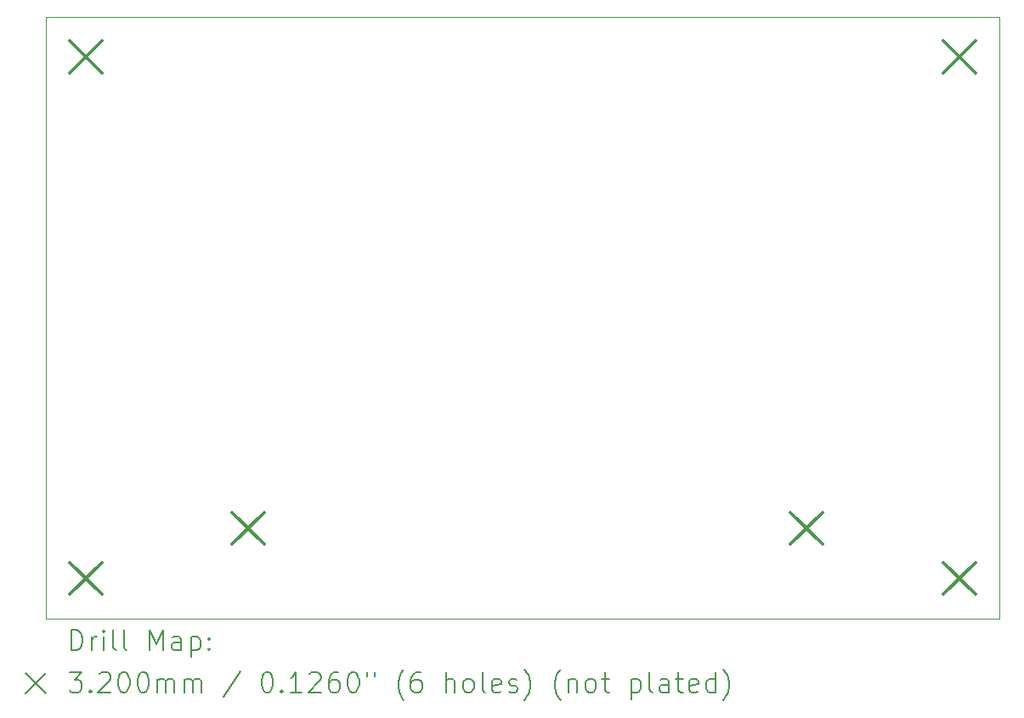
<source format=gbr>
%TF.GenerationSoftware,KiCad,Pcbnew,(6.0.7)*%
%TF.CreationDate,2022-10-31T09:28:42+01:00*%
%TF.ProjectId,Callsystem,43616c6c-7379-4737-9465-6d2e6b696361,1*%
%TF.SameCoordinates,Original*%
%TF.FileFunction,Drillmap*%
%TF.FilePolarity,Positive*%
%FSLAX45Y45*%
G04 Gerber Fmt 4.5, Leading zero omitted, Abs format (unit mm)*
G04 Created by KiCad (PCBNEW (6.0.7)) date 2022-10-31 09:28:42*
%MOMM*%
%LPD*%
G01*
G04 APERTURE LIST*
%ADD10C,0.100000*%
%ADD11C,0.200000*%
%ADD12C,0.320000*%
G04 APERTURE END LIST*
D10*
X5000000Y-5000000D02*
X14500000Y-5000000D01*
X14500000Y-5000000D02*
X14500000Y-11000000D01*
X14500000Y-11000000D02*
X5000000Y-11000000D01*
X5000000Y-11000000D02*
X5000000Y-5000000D01*
D11*
D12*
X5240000Y-5240000D02*
X5560000Y-5560000D01*
X5560000Y-5240000D02*
X5240000Y-5560000D01*
X5240000Y-10440000D02*
X5560000Y-10760000D01*
X5560000Y-10440000D02*
X5240000Y-10760000D01*
X6854500Y-9940000D02*
X7174500Y-10260000D01*
X7174500Y-9940000D02*
X6854500Y-10260000D01*
X12415500Y-9940000D02*
X12735500Y-10260000D01*
X12735500Y-9940000D02*
X12415500Y-10260000D01*
X13940000Y-5240000D02*
X14260000Y-5560000D01*
X14260000Y-5240000D02*
X13940000Y-5560000D01*
X13940000Y-10440000D02*
X14260000Y-10760000D01*
X14260000Y-10440000D02*
X13940000Y-10760000D01*
D11*
X5252619Y-11315476D02*
X5252619Y-11115476D01*
X5300238Y-11115476D01*
X5328810Y-11125000D01*
X5347857Y-11144048D01*
X5357381Y-11163095D01*
X5366905Y-11201190D01*
X5366905Y-11229762D01*
X5357381Y-11267857D01*
X5347857Y-11286905D01*
X5328810Y-11305952D01*
X5300238Y-11315476D01*
X5252619Y-11315476D01*
X5452619Y-11315476D02*
X5452619Y-11182143D01*
X5452619Y-11220238D02*
X5462143Y-11201190D01*
X5471667Y-11191667D01*
X5490714Y-11182143D01*
X5509762Y-11182143D01*
X5576429Y-11315476D02*
X5576429Y-11182143D01*
X5576429Y-11115476D02*
X5566905Y-11125000D01*
X5576429Y-11134524D01*
X5585952Y-11125000D01*
X5576429Y-11115476D01*
X5576429Y-11134524D01*
X5700238Y-11315476D02*
X5681190Y-11305952D01*
X5671667Y-11286905D01*
X5671667Y-11115476D01*
X5805000Y-11315476D02*
X5785952Y-11305952D01*
X5776428Y-11286905D01*
X5776428Y-11115476D01*
X6033571Y-11315476D02*
X6033571Y-11115476D01*
X6100238Y-11258333D01*
X6166905Y-11115476D01*
X6166905Y-11315476D01*
X6347857Y-11315476D02*
X6347857Y-11210714D01*
X6338333Y-11191667D01*
X6319286Y-11182143D01*
X6281190Y-11182143D01*
X6262143Y-11191667D01*
X6347857Y-11305952D02*
X6328809Y-11315476D01*
X6281190Y-11315476D01*
X6262143Y-11305952D01*
X6252619Y-11286905D01*
X6252619Y-11267857D01*
X6262143Y-11248809D01*
X6281190Y-11239286D01*
X6328809Y-11239286D01*
X6347857Y-11229762D01*
X6443095Y-11182143D02*
X6443095Y-11382143D01*
X6443095Y-11191667D02*
X6462143Y-11182143D01*
X6500238Y-11182143D01*
X6519286Y-11191667D01*
X6528809Y-11201190D01*
X6538333Y-11220238D01*
X6538333Y-11277381D01*
X6528809Y-11296428D01*
X6519286Y-11305952D01*
X6500238Y-11315476D01*
X6462143Y-11315476D01*
X6443095Y-11305952D01*
X6624048Y-11296428D02*
X6633571Y-11305952D01*
X6624048Y-11315476D01*
X6614524Y-11305952D01*
X6624048Y-11296428D01*
X6624048Y-11315476D01*
X6624048Y-11191667D02*
X6633571Y-11201190D01*
X6624048Y-11210714D01*
X6614524Y-11201190D01*
X6624048Y-11191667D01*
X6624048Y-11210714D01*
X4795000Y-11545000D02*
X4995000Y-11745000D01*
X4995000Y-11545000D02*
X4795000Y-11745000D01*
X5233571Y-11535476D02*
X5357381Y-11535476D01*
X5290714Y-11611667D01*
X5319286Y-11611667D01*
X5338333Y-11621190D01*
X5347857Y-11630714D01*
X5357381Y-11649762D01*
X5357381Y-11697381D01*
X5347857Y-11716428D01*
X5338333Y-11725952D01*
X5319286Y-11735476D01*
X5262143Y-11735476D01*
X5243095Y-11725952D01*
X5233571Y-11716428D01*
X5443095Y-11716428D02*
X5452619Y-11725952D01*
X5443095Y-11735476D01*
X5433571Y-11725952D01*
X5443095Y-11716428D01*
X5443095Y-11735476D01*
X5528810Y-11554524D02*
X5538333Y-11545000D01*
X5557381Y-11535476D01*
X5605000Y-11535476D01*
X5624048Y-11545000D01*
X5633571Y-11554524D01*
X5643095Y-11573571D01*
X5643095Y-11592619D01*
X5633571Y-11621190D01*
X5519286Y-11735476D01*
X5643095Y-11735476D01*
X5766905Y-11535476D02*
X5785952Y-11535476D01*
X5805000Y-11545000D01*
X5814524Y-11554524D01*
X5824048Y-11573571D01*
X5833571Y-11611667D01*
X5833571Y-11659286D01*
X5824048Y-11697381D01*
X5814524Y-11716428D01*
X5805000Y-11725952D01*
X5785952Y-11735476D01*
X5766905Y-11735476D01*
X5747857Y-11725952D01*
X5738333Y-11716428D01*
X5728809Y-11697381D01*
X5719286Y-11659286D01*
X5719286Y-11611667D01*
X5728809Y-11573571D01*
X5738333Y-11554524D01*
X5747857Y-11545000D01*
X5766905Y-11535476D01*
X5957381Y-11535476D02*
X5976428Y-11535476D01*
X5995476Y-11545000D01*
X6005000Y-11554524D01*
X6014524Y-11573571D01*
X6024048Y-11611667D01*
X6024048Y-11659286D01*
X6014524Y-11697381D01*
X6005000Y-11716428D01*
X5995476Y-11725952D01*
X5976428Y-11735476D01*
X5957381Y-11735476D01*
X5938333Y-11725952D01*
X5928809Y-11716428D01*
X5919286Y-11697381D01*
X5909762Y-11659286D01*
X5909762Y-11611667D01*
X5919286Y-11573571D01*
X5928809Y-11554524D01*
X5938333Y-11545000D01*
X5957381Y-11535476D01*
X6109762Y-11735476D02*
X6109762Y-11602143D01*
X6109762Y-11621190D02*
X6119286Y-11611667D01*
X6138333Y-11602143D01*
X6166905Y-11602143D01*
X6185952Y-11611667D01*
X6195476Y-11630714D01*
X6195476Y-11735476D01*
X6195476Y-11630714D02*
X6205000Y-11611667D01*
X6224048Y-11602143D01*
X6252619Y-11602143D01*
X6271667Y-11611667D01*
X6281190Y-11630714D01*
X6281190Y-11735476D01*
X6376428Y-11735476D02*
X6376428Y-11602143D01*
X6376428Y-11621190D02*
X6385952Y-11611667D01*
X6405000Y-11602143D01*
X6433571Y-11602143D01*
X6452619Y-11611667D01*
X6462143Y-11630714D01*
X6462143Y-11735476D01*
X6462143Y-11630714D02*
X6471667Y-11611667D01*
X6490714Y-11602143D01*
X6519286Y-11602143D01*
X6538333Y-11611667D01*
X6547857Y-11630714D01*
X6547857Y-11735476D01*
X6938333Y-11525952D02*
X6766905Y-11783095D01*
X7195476Y-11535476D02*
X7214524Y-11535476D01*
X7233571Y-11545000D01*
X7243095Y-11554524D01*
X7252619Y-11573571D01*
X7262143Y-11611667D01*
X7262143Y-11659286D01*
X7252619Y-11697381D01*
X7243095Y-11716428D01*
X7233571Y-11725952D01*
X7214524Y-11735476D01*
X7195476Y-11735476D01*
X7176428Y-11725952D01*
X7166905Y-11716428D01*
X7157381Y-11697381D01*
X7147857Y-11659286D01*
X7147857Y-11611667D01*
X7157381Y-11573571D01*
X7166905Y-11554524D01*
X7176428Y-11545000D01*
X7195476Y-11535476D01*
X7347857Y-11716428D02*
X7357381Y-11725952D01*
X7347857Y-11735476D01*
X7338333Y-11725952D01*
X7347857Y-11716428D01*
X7347857Y-11735476D01*
X7547857Y-11735476D02*
X7433571Y-11735476D01*
X7490714Y-11735476D02*
X7490714Y-11535476D01*
X7471667Y-11564048D01*
X7452619Y-11583095D01*
X7433571Y-11592619D01*
X7624048Y-11554524D02*
X7633571Y-11545000D01*
X7652619Y-11535476D01*
X7700238Y-11535476D01*
X7719286Y-11545000D01*
X7728809Y-11554524D01*
X7738333Y-11573571D01*
X7738333Y-11592619D01*
X7728809Y-11621190D01*
X7614524Y-11735476D01*
X7738333Y-11735476D01*
X7909762Y-11535476D02*
X7871667Y-11535476D01*
X7852619Y-11545000D01*
X7843095Y-11554524D01*
X7824048Y-11583095D01*
X7814524Y-11621190D01*
X7814524Y-11697381D01*
X7824048Y-11716428D01*
X7833571Y-11725952D01*
X7852619Y-11735476D01*
X7890714Y-11735476D01*
X7909762Y-11725952D01*
X7919286Y-11716428D01*
X7928809Y-11697381D01*
X7928809Y-11649762D01*
X7919286Y-11630714D01*
X7909762Y-11621190D01*
X7890714Y-11611667D01*
X7852619Y-11611667D01*
X7833571Y-11621190D01*
X7824048Y-11630714D01*
X7814524Y-11649762D01*
X8052619Y-11535476D02*
X8071667Y-11535476D01*
X8090714Y-11545000D01*
X8100238Y-11554524D01*
X8109762Y-11573571D01*
X8119286Y-11611667D01*
X8119286Y-11659286D01*
X8109762Y-11697381D01*
X8100238Y-11716428D01*
X8090714Y-11725952D01*
X8071667Y-11735476D01*
X8052619Y-11735476D01*
X8033571Y-11725952D01*
X8024048Y-11716428D01*
X8014524Y-11697381D01*
X8005000Y-11659286D01*
X8005000Y-11611667D01*
X8014524Y-11573571D01*
X8024048Y-11554524D01*
X8033571Y-11545000D01*
X8052619Y-11535476D01*
X8195476Y-11535476D02*
X8195476Y-11573571D01*
X8271667Y-11535476D02*
X8271667Y-11573571D01*
X8566905Y-11811667D02*
X8557381Y-11802143D01*
X8538333Y-11773571D01*
X8528810Y-11754524D01*
X8519286Y-11725952D01*
X8509762Y-11678333D01*
X8509762Y-11640238D01*
X8519286Y-11592619D01*
X8528810Y-11564048D01*
X8538333Y-11545000D01*
X8557381Y-11516428D01*
X8566905Y-11506905D01*
X8728810Y-11535476D02*
X8690714Y-11535476D01*
X8671667Y-11545000D01*
X8662143Y-11554524D01*
X8643095Y-11583095D01*
X8633571Y-11621190D01*
X8633571Y-11697381D01*
X8643095Y-11716428D01*
X8652619Y-11725952D01*
X8671667Y-11735476D01*
X8709762Y-11735476D01*
X8728810Y-11725952D01*
X8738333Y-11716428D01*
X8747857Y-11697381D01*
X8747857Y-11649762D01*
X8738333Y-11630714D01*
X8728810Y-11621190D01*
X8709762Y-11611667D01*
X8671667Y-11611667D01*
X8652619Y-11621190D01*
X8643095Y-11630714D01*
X8633571Y-11649762D01*
X8985952Y-11735476D02*
X8985952Y-11535476D01*
X9071667Y-11735476D02*
X9071667Y-11630714D01*
X9062143Y-11611667D01*
X9043095Y-11602143D01*
X9014524Y-11602143D01*
X8995476Y-11611667D01*
X8985952Y-11621190D01*
X9195476Y-11735476D02*
X9176429Y-11725952D01*
X9166905Y-11716428D01*
X9157381Y-11697381D01*
X9157381Y-11640238D01*
X9166905Y-11621190D01*
X9176429Y-11611667D01*
X9195476Y-11602143D01*
X9224048Y-11602143D01*
X9243095Y-11611667D01*
X9252619Y-11621190D01*
X9262143Y-11640238D01*
X9262143Y-11697381D01*
X9252619Y-11716428D01*
X9243095Y-11725952D01*
X9224048Y-11735476D01*
X9195476Y-11735476D01*
X9376429Y-11735476D02*
X9357381Y-11725952D01*
X9347857Y-11706905D01*
X9347857Y-11535476D01*
X9528810Y-11725952D02*
X9509762Y-11735476D01*
X9471667Y-11735476D01*
X9452619Y-11725952D01*
X9443095Y-11706905D01*
X9443095Y-11630714D01*
X9452619Y-11611667D01*
X9471667Y-11602143D01*
X9509762Y-11602143D01*
X9528810Y-11611667D01*
X9538333Y-11630714D01*
X9538333Y-11649762D01*
X9443095Y-11668809D01*
X9614524Y-11725952D02*
X9633571Y-11735476D01*
X9671667Y-11735476D01*
X9690714Y-11725952D01*
X9700238Y-11706905D01*
X9700238Y-11697381D01*
X9690714Y-11678333D01*
X9671667Y-11668809D01*
X9643095Y-11668809D01*
X9624048Y-11659286D01*
X9614524Y-11640238D01*
X9614524Y-11630714D01*
X9624048Y-11611667D01*
X9643095Y-11602143D01*
X9671667Y-11602143D01*
X9690714Y-11611667D01*
X9766905Y-11811667D02*
X9776429Y-11802143D01*
X9795476Y-11773571D01*
X9805000Y-11754524D01*
X9814524Y-11725952D01*
X9824048Y-11678333D01*
X9824048Y-11640238D01*
X9814524Y-11592619D01*
X9805000Y-11564048D01*
X9795476Y-11545000D01*
X9776429Y-11516428D01*
X9766905Y-11506905D01*
X10128810Y-11811667D02*
X10119286Y-11802143D01*
X10100238Y-11773571D01*
X10090714Y-11754524D01*
X10081190Y-11725952D01*
X10071667Y-11678333D01*
X10071667Y-11640238D01*
X10081190Y-11592619D01*
X10090714Y-11564048D01*
X10100238Y-11545000D01*
X10119286Y-11516428D01*
X10128810Y-11506905D01*
X10205000Y-11602143D02*
X10205000Y-11735476D01*
X10205000Y-11621190D02*
X10214524Y-11611667D01*
X10233571Y-11602143D01*
X10262143Y-11602143D01*
X10281190Y-11611667D01*
X10290714Y-11630714D01*
X10290714Y-11735476D01*
X10414524Y-11735476D02*
X10395476Y-11725952D01*
X10385952Y-11716428D01*
X10376429Y-11697381D01*
X10376429Y-11640238D01*
X10385952Y-11621190D01*
X10395476Y-11611667D01*
X10414524Y-11602143D01*
X10443095Y-11602143D01*
X10462143Y-11611667D01*
X10471667Y-11621190D01*
X10481190Y-11640238D01*
X10481190Y-11697381D01*
X10471667Y-11716428D01*
X10462143Y-11725952D01*
X10443095Y-11735476D01*
X10414524Y-11735476D01*
X10538333Y-11602143D02*
X10614524Y-11602143D01*
X10566905Y-11535476D02*
X10566905Y-11706905D01*
X10576429Y-11725952D01*
X10595476Y-11735476D01*
X10614524Y-11735476D01*
X10833571Y-11602143D02*
X10833571Y-11802143D01*
X10833571Y-11611667D02*
X10852619Y-11602143D01*
X10890714Y-11602143D01*
X10909762Y-11611667D01*
X10919286Y-11621190D01*
X10928810Y-11640238D01*
X10928810Y-11697381D01*
X10919286Y-11716428D01*
X10909762Y-11725952D01*
X10890714Y-11735476D01*
X10852619Y-11735476D01*
X10833571Y-11725952D01*
X11043095Y-11735476D02*
X11024048Y-11725952D01*
X11014524Y-11706905D01*
X11014524Y-11535476D01*
X11205000Y-11735476D02*
X11205000Y-11630714D01*
X11195476Y-11611667D01*
X11176429Y-11602143D01*
X11138333Y-11602143D01*
X11119286Y-11611667D01*
X11205000Y-11725952D02*
X11185952Y-11735476D01*
X11138333Y-11735476D01*
X11119286Y-11725952D01*
X11109762Y-11706905D01*
X11109762Y-11687857D01*
X11119286Y-11668809D01*
X11138333Y-11659286D01*
X11185952Y-11659286D01*
X11205000Y-11649762D01*
X11271667Y-11602143D02*
X11347857Y-11602143D01*
X11300238Y-11535476D02*
X11300238Y-11706905D01*
X11309762Y-11725952D01*
X11328809Y-11735476D01*
X11347857Y-11735476D01*
X11490714Y-11725952D02*
X11471667Y-11735476D01*
X11433571Y-11735476D01*
X11414524Y-11725952D01*
X11405000Y-11706905D01*
X11405000Y-11630714D01*
X11414524Y-11611667D01*
X11433571Y-11602143D01*
X11471667Y-11602143D01*
X11490714Y-11611667D01*
X11500238Y-11630714D01*
X11500238Y-11649762D01*
X11405000Y-11668809D01*
X11671667Y-11735476D02*
X11671667Y-11535476D01*
X11671667Y-11725952D02*
X11652619Y-11735476D01*
X11614524Y-11735476D01*
X11595476Y-11725952D01*
X11585952Y-11716428D01*
X11576428Y-11697381D01*
X11576428Y-11640238D01*
X11585952Y-11621190D01*
X11595476Y-11611667D01*
X11614524Y-11602143D01*
X11652619Y-11602143D01*
X11671667Y-11611667D01*
X11747857Y-11811667D02*
X11757381Y-11802143D01*
X11776428Y-11773571D01*
X11785952Y-11754524D01*
X11795476Y-11725952D01*
X11805000Y-11678333D01*
X11805000Y-11640238D01*
X11795476Y-11592619D01*
X11785952Y-11564048D01*
X11776428Y-11545000D01*
X11757381Y-11516428D01*
X11747857Y-11506905D01*
M02*

</source>
